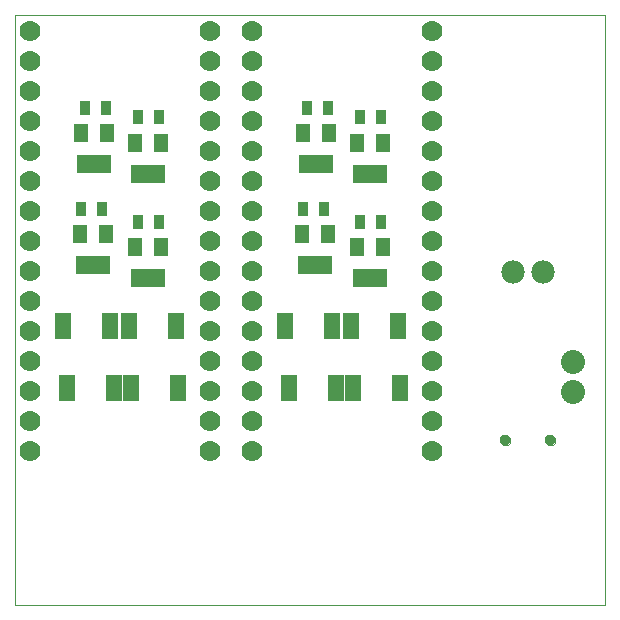
<source format=gbs>
G75*
%MOIN*%
%OFA0B0*%
%FSLAX24Y24*%
%IPPOS*%
%LPD*%
%AMOC8*
5,1,8,0,0,1.08239X$1,22.5*
%
%ADD10C,0.0000*%
%ADD11R,0.1142X0.0591*%
%ADD12R,0.0512X0.0591*%
%ADD13R,0.0540X0.0867*%
%ADD14C,0.0700*%
%ADD15R,0.0355X0.0512*%
%ADD16C,0.0780*%
%ADD17C,0.0000*%
%ADD18C,0.0375*%
%ADD19C,0.0800*%
D10*
X030992Y033994D02*
X030992Y053680D01*
X050677Y053680D01*
X050677Y033994D01*
X030992Y033994D01*
D11*
X033592Y045345D03*
X035442Y044914D03*
X035442Y048364D03*
X033642Y048714D03*
X041042Y048714D03*
X040992Y045345D03*
X042842Y044914D03*
X042842Y048364D03*
D12*
X042409Y049387D03*
X043275Y049387D03*
X043275Y045937D03*
X042409Y045937D03*
X041425Y046369D03*
X040559Y046369D03*
X040609Y049737D03*
X041475Y049737D03*
X035875Y049387D03*
X035009Y049387D03*
X034075Y049737D03*
X033209Y049737D03*
X033159Y046369D03*
X034025Y046369D03*
X035009Y045937D03*
X035875Y045937D03*
D13*
X036353Y043294D03*
X036434Y041244D03*
X034875Y041244D03*
X034291Y041244D03*
X034159Y043294D03*
X034794Y043294D03*
X032600Y043294D03*
X032731Y041244D03*
X040000Y043294D03*
X040131Y041244D03*
X041559Y043294D03*
X042194Y043294D03*
X042275Y041244D03*
X041691Y041244D03*
X043834Y041244D03*
X043753Y043294D03*
D14*
X044892Y043126D03*
X044892Y044126D03*
X044892Y045126D03*
X044892Y046126D03*
X044892Y047126D03*
X044892Y048126D03*
X044892Y049126D03*
X044892Y050126D03*
X044892Y051126D03*
X044892Y052126D03*
X044892Y053126D03*
X044892Y042126D03*
X044892Y041126D03*
X044892Y040126D03*
X044892Y039126D03*
X038892Y039126D03*
X038892Y040126D03*
X038892Y041126D03*
X038892Y042126D03*
X038892Y043126D03*
X038892Y044126D03*
X038892Y045126D03*
X038892Y046126D03*
X038892Y047126D03*
X038892Y048126D03*
X038892Y049126D03*
X038892Y050126D03*
X038892Y051126D03*
X038892Y052126D03*
X038892Y053126D03*
X037492Y053126D03*
X037492Y052126D03*
X037492Y051126D03*
X037492Y050126D03*
X037492Y049126D03*
X037492Y048126D03*
X037492Y047126D03*
X037492Y046126D03*
X037492Y045126D03*
X037492Y044126D03*
X037492Y043126D03*
X037492Y042126D03*
X037492Y041126D03*
X037492Y040126D03*
X037492Y039126D03*
X031492Y039126D03*
X031492Y040126D03*
X031492Y041126D03*
X031492Y042126D03*
X031492Y043126D03*
X031492Y044126D03*
X031492Y045126D03*
X031492Y046126D03*
X031492Y047126D03*
X031492Y048126D03*
X031492Y049126D03*
X031492Y050126D03*
X031492Y051126D03*
X031492Y052126D03*
X031492Y053126D03*
D15*
X033338Y050576D03*
X034046Y050576D03*
X035088Y050276D03*
X035796Y050276D03*
X035796Y046776D03*
X035088Y046776D03*
X033896Y047201D03*
X033188Y047201D03*
X040588Y047201D03*
X041296Y047201D03*
X042488Y046776D03*
X043196Y046776D03*
X043196Y050276D03*
X042488Y050276D03*
X041446Y050576D03*
X040738Y050576D03*
D16*
X047592Y045094D03*
X048592Y045094D03*
D17*
X048673Y039489D02*
X048675Y039514D01*
X048681Y039539D01*
X048690Y039563D01*
X048703Y039585D01*
X048720Y039605D01*
X048739Y039622D01*
X048760Y039636D01*
X048784Y039646D01*
X048808Y039653D01*
X048834Y039656D01*
X048859Y039655D01*
X048884Y039650D01*
X048908Y039641D01*
X048931Y039629D01*
X048951Y039614D01*
X048969Y039595D01*
X048984Y039574D01*
X048995Y039551D01*
X049003Y039527D01*
X049007Y039502D01*
X049007Y039476D01*
X049003Y039451D01*
X048995Y039427D01*
X048984Y039404D01*
X048969Y039383D01*
X048951Y039364D01*
X048931Y039349D01*
X048908Y039337D01*
X048884Y039328D01*
X048859Y039323D01*
X048834Y039322D01*
X048808Y039325D01*
X048784Y039332D01*
X048760Y039342D01*
X048739Y039356D01*
X048720Y039373D01*
X048703Y039393D01*
X048690Y039415D01*
X048681Y039439D01*
X048675Y039464D01*
X048673Y039489D01*
X047177Y039489D02*
X047179Y039514D01*
X047185Y039539D01*
X047194Y039563D01*
X047207Y039585D01*
X047224Y039605D01*
X047243Y039622D01*
X047264Y039636D01*
X047288Y039646D01*
X047312Y039653D01*
X047338Y039656D01*
X047363Y039655D01*
X047388Y039650D01*
X047412Y039641D01*
X047435Y039629D01*
X047455Y039614D01*
X047473Y039595D01*
X047488Y039574D01*
X047499Y039551D01*
X047507Y039527D01*
X047511Y039502D01*
X047511Y039476D01*
X047507Y039451D01*
X047499Y039427D01*
X047488Y039404D01*
X047473Y039383D01*
X047455Y039364D01*
X047435Y039349D01*
X047412Y039337D01*
X047388Y039328D01*
X047363Y039323D01*
X047338Y039322D01*
X047312Y039325D01*
X047288Y039332D01*
X047264Y039342D01*
X047243Y039356D01*
X047224Y039373D01*
X047207Y039393D01*
X047194Y039415D01*
X047185Y039439D01*
X047179Y039464D01*
X047177Y039489D01*
D18*
X047344Y039489D03*
X048840Y039489D03*
D19*
X049592Y041094D03*
X049592Y042094D03*
M02*

</source>
